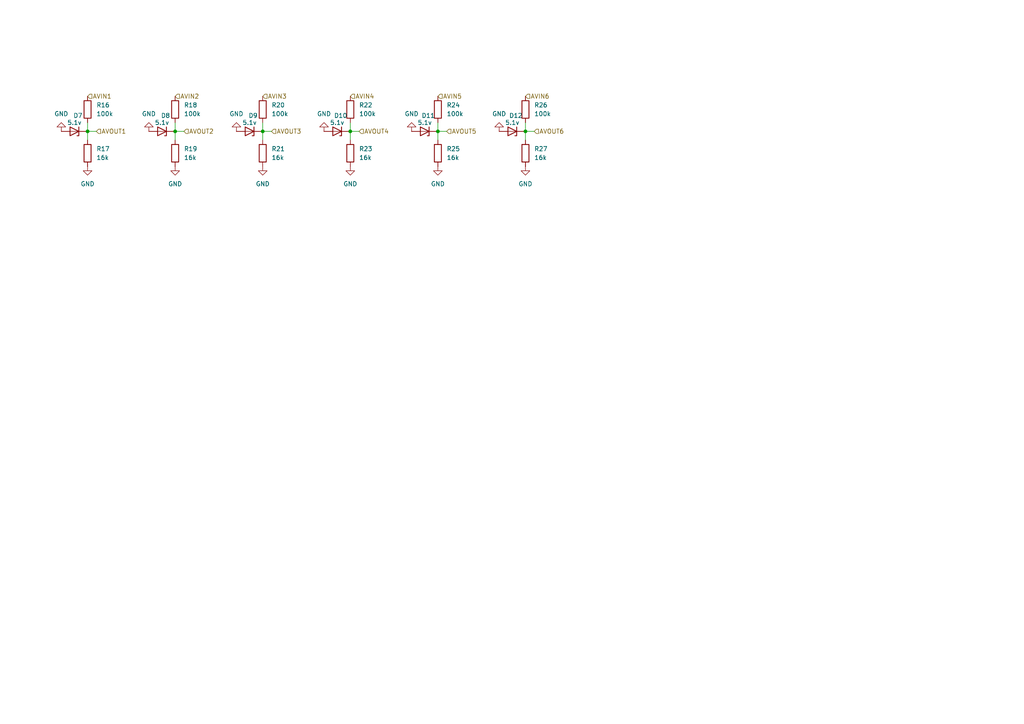
<source format=kicad_sch>
(kicad_sch
	(version 20231120)
	(generator "eeschema")
	(generator_version "8.0")
	(uuid "9612ec1a-21f3-40e3-8d85-a02ddf07b2eb")
	(paper "A4")
	(lib_symbols
		(symbol "Device:D_Zener"
			(pin_numbers hide)
			(pin_names
				(offset 1.016) hide)
			(exclude_from_sim no)
			(in_bom yes)
			(on_board yes)
			(property "Reference" "D"
				(at 0 2.54 0)
				(effects
					(font
						(size 1.27 1.27)
					)
				)
			)
			(property "Value" "D_Zener"
				(at 0 -2.54 0)
				(effects
					(font
						(size 1.27 1.27)
					)
				)
			)
			(property "Footprint" ""
				(at 0 0 0)
				(effects
					(font
						(size 1.27 1.27)
					)
					(hide yes)
				)
			)
			(property "Datasheet" "~"
				(at 0 0 0)
				(effects
					(font
						(size 1.27 1.27)
					)
					(hide yes)
				)
			)
			(property "Description" "Zener diode"
				(at 0 0 0)
				(effects
					(font
						(size 1.27 1.27)
					)
					(hide yes)
				)
			)
			(property "ki_keywords" "diode"
				(at 0 0 0)
				(effects
					(font
						(size 1.27 1.27)
					)
					(hide yes)
				)
			)
			(property "ki_fp_filters" "TO-???* *_Diode_* *SingleDiode* D_*"
				(at 0 0 0)
				(effects
					(font
						(size 1.27 1.27)
					)
					(hide yes)
				)
			)
			(symbol "D_Zener_0_1"
				(polyline
					(pts
						(xy 1.27 0) (xy -1.27 0)
					)
					(stroke
						(width 0)
						(type default)
					)
					(fill
						(type none)
					)
				)
				(polyline
					(pts
						(xy -1.27 -1.27) (xy -1.27 1.27) (xy -0.762 1.27)
					)
					(stroke
						(width 0.254)
						(type default)
					)
					(fill
						(type none)
					)
				)
				(polyline
					(pts
						(xy 1.27 -1.27) (xy 1.27 1.27) (xy -1.27 0) (xy 1.27 -1.27)
					)
					(stroke
						(width 0.254)
						(type default)
					)
					(fill
						(type none)
					)
				)
			)
			(symbol "D_Zener_1_1"
				(pin passive line
					(at -3.81 0 0)
					(length 2.54)
					(name "K"
						(effects
							(font
								(size 1.27 1.27)
							)
						)
					)
					(number "1"
						(effects
							(font
								(size 1.27 1.27)
							)
						)
					)
				)
				(pin passive line
					(at 3.81 0 180)
					(length 2.54)
					(name "A"
						(effects
							(font
								(size 1.27 1.27)
							)
						)
					)
					(number "2"
						(effects
							(font
								(size 1.27 1.27)
							)
						)
					)
				)
			)
		)
		(symbol "Device:R"
			(pin_numbers hide)
			(pin_names
				(offset 0)
			)
			(exclude_from_sim no)
			(in_bom yes)
			(on_board yes)
			(property "Reference" "R"
				(at 2.032 0 90)
				(effects
					(font
						(size 1.27 1.27)
					)
				)
			)
			(property "Value" "R"
				(at 0 0 90)
				(effects
					(font
						(size 1.27 1.27)
					)
				)
			)
			(property "Footprint" ""
				(at -1.778 0 90)
				(effects
					(font
						(size 1.27 1.27)
					)
					(hide yes)
				)
			)
			(property "Datasheet" "~"
				(at 0 0 0)
				(effects
					(font
						(size 1.27 1.27)
					)
					(hide yes)
				)
			)
			(property "Description" "Resistor"
				(at 0 0 0)
				(effects
					(font
						(size 1.27 1.27)
					)
					(hide yes)
				)
			)
			(property "ki_keywords" "R res resistor"
				(at 0 0 0)
				(effects
					(font
						(size 1.27 1.27)
					)
					(hide yes)
				)
			)
			(property "ki_fp_filters" "R_*"
				(at 0 0 0)
				(effects
					(font
						(size 1.27 1.27)
					)
					(hide yes)
				)
			)
			(symbol "R_0_1"
				(rectangle
					(start -1.016 -2.54)
					(end 1.016 2.54)
					(stroke
						(width 0.254)
						(type default)
					)
					(fill
						(type none)
					)
				)
			)
			(symbol "R_1_1"
				(pin passive line
					(at 0 3.81 270)
					(length 1.27)
					(name "~"
						(effects
							(font
								(size 1.27 1.27)
							)
						)
					)
					(number "1"
						(effects
							(font
								(size 1.27 1.27)
							)
						)
					)
				)
				(pin passive line
					(at 0 -3.81 90)
					(length 1.27)
					(name "~"
						(effects
							(font
								(size 1.27 1.27)
							)
						)
					)
					(number "2"
						(effects
							(font
								(size 1.27 1.27)
							)
						)
					)
				)
			)
		)
		(symbol "power:GND"
			(power)
			(pin_numbers hide)
			(pin_names
				(offset 0) hide)
			(exclude_from_sim no)
			(in_bom yes)
			(on_board yes)
			(property "Reference" "#PWR"
				(at 0 -6.35 0)
				(effects
					(font
						(size 1.27 1.27)
					)
					(hide yes)
				)
			)
			(property "Value" "GND"
				(at 0 -3.81 0)
				(effects
					(font
						(size 1.27 1.27)
					)
				)
			)
			(property "Footprint" ""
				(at 0 0 0)
				(effects
					(font
						(size 1.27 1.27)
					)
					(hide yes)
				)
			)
			(property "Datasheet" ""
				(at 0 0 0)
				(effects
					(font
						(size 1.27 1.27)
					)
					(hide yes)
				)
			)
			(property "Description" "Power symbol creates a global label with name \"GND\" , ground"
				(at 0 0 0)
				(effects
					(font
						(size 1.27 1.27)
					)
					(hide yes)
				)
			)
			(property "ki_keywords" "global power"
				(at 0 0 0)
				(effects
					(font
						(size 1.27 1.27)
					)
					(hide yes)
				)
			)
			(symbol "GND_0_1"
				(polyline
					(pts
						(xy 0 0) (xy 0 -1.27) (xy 1.27 -1.27) (xy 0 -2.54) (xy -1.27 -1.27) (xy 0 -1.27)
					)
					(stroke
						(width 0)
						(type default)
					)
					(fill
						(type none)
					)
				)
			)
			(symbol "GND_1_1"
				(pin power_in line
					(at 0 0 270)
					(length 0)
					(name "~"
						(effects
							(font
								(size 1.27 1.27)
							)
						)
					)
					(number "1"
						(effects
							(font
								(size 1.27 1.27)
							)
						)
					)
				)
			)
		)
	)
	(junction
		(at 152.4 38.1)
		(diameter 0)
		(color 0 0 0 0)
		(uuid "41c50c2e-87af-4ad9-b898-4a501b4eb63b")
	)
	(junction
		(at 76.2 38.1)
		(diameter 0)
		(color 0 0 0 0)
		(uuid "61738c28-a48e-4552-a6cd-58c3a92292d0")
	)
	(junction
		(at 127 38.1)
		(diameter 0)
		(color 0 0 0 0)
		(uuid "94b3dc07-a81c-4d6b-82bd-b29c1a465699")
	)
	(junction
		(at 50.8 38.1)
		(diameter 0)
		(color 0 0 0 0)
		(uuid "be6985b3-45ac-4f30-84f2-026b07c85c13")
	)
	(junction
		(at 25.4 38.1)
		(diameter 0)
		(color 0 0 0 0)
		(uuid "d5a1d8cd-45ae-4e0d-9a3e-57fd4b195f99")
	)
	(junction
		(at 101.6 38.1)
		(diameter 0)
		(color 0 0 0 0)
		(uuid "f865d3ad-9131-4883-a561-11e9f5a8b645")
	)
	(wire
		(pts
			(xy 152.4 35.56) (xy 152.4 38.1)
		)
		(stroke
			(width 0)
			(type default)
		)
		(uuid "0c34e828-f3d8-4504-a7a3-f620de2e1142")
	)
	(wire
		(pts
			(xy 101.6 38.1) (xy 104.14 38.1)
		)
		(stroke
			(width 0)
			(type default)
		)
		(uuid "2d180d4b-b8d1-438e-a0a6-3985d341613f")
	)
	(wire
		(pts
			(xy 76.2 38.1) (xy 76.2 40.64)
		)
		(stroke
			(width 0)
			(type default)
		)
		(uuid "2dcb74be-c577-451e-b389-7d6625f3fc03")
	)
	(wire
		(pts
			(xy 127 38.1) (xy 127 40.64)
		)
		(stroke
			(width 0)
			(type default)
		)
		(uuid "46a0d598-137f-4006-8abf-bca2079ad8db")
	)
	(wire
		(pts
			(xy 152.4 38.1) (xy 152.4 40.64)
		)
		(stroke
			(width 0)
			(type default)
		)
		(uuid "4df73b5b-d169-4fa2-981c-defd8a789fea")
	)
	(wire
		(pts
			(xy 127 35.56) (xy 127 38.1)
		)
		(stroke
			(width 0)
			(type default)
		)
		(uuid "60bc7262-e6cd-4677-a95b-036994f03368")
	)
	(wire
		(pts
			(xy 101.6 38.1) (xy 101.6 40.64)
		)
		(stroke
			(width 0)
			(type default)
		)
		(uuid "68e0ef1c-583a-4119-8e10-f3a729d53fcf")
	)
	(wire
		(pts
			(xy 76.2 38.1) (xy 78.74 38.1)
		)
		(stroke
			(width 0)
			(type default)
		)
		(uuid "6b3831b2-7a6d-4761-9cb6-44b93ca15f59")
	)
	(wire
		(pts
			(xy 50.8 38.1) (xy 50.8 40.64)
		)
		(stroke
			(width 0)
			(type default)
		)
		(uuid "7e60677e-afbf-4d69-acd3-85b3f048e945")
	)
	(wire
		(pts
			(xy 127 38.1) (xy 129.54 38.1)
		)
		(stroke
			(width 0)
			(type default)
		)
		(uuid "96196f03-c0cb-4cea-981c-d5e7e74d506d")
	)
	(wire
		(pts
			(xy 101.6 35.56) (xy 101.6 38.1)
		)
		(stroke
			(width 0)
			(type default)
		)
		(uuid "9a221fff-656e-499a-aba0-90ff700fd624")
	)
	(wire
		(pts
			(xy 50.8 35.56) (xy 50.8 38.1)
		)
		(stroke
			(width 0)
			(type default)
		)
		(uuid "9d919efb-87fb-41bd-b87e-ef3ab7a323fd")
	)
	(wire
		(pts
			(xy 25.4 38.1) (xy 27.94 38.1)
		)
		(stroke
			(width 0)
			(type default)
		)
		(uuid "a28d3eb0-02de-4b6e-bac6-865ec34b390d")
	)
	(wire
		(pts
			(xy 76.2 35.56) (xy 76.2 38.1)
		)
		(stroke
			(width 0)
			(type default)
		)
		(uuid "a4bbf6e4-b41f-4828-ac9c-65f545b8f70e")
	)
	(wire
		(pts
			(xy 25.4 35.56) (xy 25.4 38.1)
		)
		(stroke
			(width 0)
			(type default)
		)
		(uuid "bfdbb149-ee2e-478b-97ca-4483965e505e")
	)
	(wire
		(pts
			(xy 25.4 38.1) (xy 25.4 40.64)
		)
		(stroke
			(width 0)
			(type default)
		)
		(uuid "c45bc05e-c8c0-48e3-ada7-60e6161e6955")
	)
	(wire
		(pts
			(xy 50.8 38.1) (xy 53.34 38.1)
		)
		(stroke
			(width 0)
			(type default)
		)
		(uuid "c775336b-35da-44a5-96f0-0ee7f3e5ad70")
	)
	(wire
		(pts
			(xy 152.4 38.1) (xy 154.94 38.1)
		)
		(stroke
			(width 0)
			(type default)
		)
		(uuid "d55c856a-5407-445e-8633-a14f86cc916a")
	)
	(hierarchical_label "AVIN6"
		(shape input)
		(at 152.4 27.94 0)
		(fields_autoplaced yes)
		(effects
			(font
				(size 1.27 1.27)
			)
			(justify left)
		)
		(uuid "090a7f22-ec9a-4a5c-9407-158a1b5af50b")
	)
	(hierarchical_label "AVOUT5"
		(shape input)
		(at 129.54 38.1 0)
		(fields_autoplaced yes)
		(effects
			(font
				(size 1.27 1.27)
			)
			(justify left)
		)
		(uuid "09e0b86d-c0b9-4284-abd6-a9998acd8bef")
	)
	(hierarchical_label "AVIN3"
		(shape input)
		(at 76.2 27.94 0)
		(fields_autoplaced yes)
		(effects
			(font
				(size 1.27 1.27)
			)
			(justify left)
		)
		(uuid "3aa2d366-f180-4dfd-9535-8e65f89e4f4b")
	)
	(hierarchical_label "AVOUT1"
		(shape input)
		(at 27.94 38.1 0)
		(fields_autoplaced yes)
		(effects
			(font
				(size 1.27 1.27)
			)
			(justify left)
		)
		(uuid "4f7d6c54-1606-49d7-bccd-41713a3e36e8")
	)
	(hierarchical_label "AVIN5"
		(shape input)
		(at 127 27.94 0)
		(fields_autoplaced yes)
		(effects
			(font
				(size 1.27 1.27)
			)
			(justify left)
		)
		(uuid "7ea5ff77-161b-42c1-8bda-b90812efde8a")
	)
	(hierarchical_label "AVIN2"
		(shape input)
		(at 50.8 27.94 0)
		(fields_autoplaced yes)
		(effects
			(font
				(size 1.27 1.27)
			)
			(justify left)
		)
		(uuid "8cc4027b-f885-4321-885e-d38580d712fd")
	)
	(hierarchical_label "AVIN4"
		(shape input)
		(at 101.6 27.94 0)
		(fields_autoplaced yes)
		(effects
			(font
				(size 1.27 1.27)
			)
			(justify left)
		)
		(uuid "900014b0-45de-448c-8417-ca8e6da444d0")
	)
	(hierarchical_label "AVOUT2"
		(shape input)
		(at 53.34 38.1 0)
		(fields_autoplaced yes)
		(effects
			(font
				(size 1.27 1.27)
			)
			(justify left)
		)
		(uuid "a39aa6fb-787e-43d3-bbc7-2f6ef1cc906f")
	)
	(hierarchical_label "AVIN1"
		(shape input)
		(at 25.4 27.94 0)
		(fields_autoplaced yes)
		(effects
			(font
				(size 1.27 1.27)
			)
			(justify left)
		)
		(uuid "c709c2a1-1c03-4044-af10-56d1edc0bd0d")
	)
	(hierarchical_label "AVOUT4"
		(shape input)
		(at 104.14 38.1 0)
		(fields_autoplaced yes)
		(effects
			(font
				(size 1.27 1.27)
			)
			(justify left)
		)
		(uuid "c8f4ca61-4c0e-406c-8cf9-b233c5ba886a")
	)
	(hierarchical_label "AVOUT6"
		(shape input)
		(at 154.94 38.1 0)
		(fields_autoplaced yes)
		(effects
			(font
				(size 1.27 1.27)
			)
			(justify left)
		)
		(uuid "d5a229ef-8fd0-42c5-a146-5cd747746552")
	)
	(hierarchical_label "AVOUT3"
		(shape input)
		(at 78.74 38.1 0)
		(fields_autoplaced yes)
		(effects
			(font
				(size 1.27 1.27)
			)
			(justify left)
		)
		(uuid "efb513fa-8bde-4c1c-90d3-f12213b81a8c")
	)
	(symbol
		(lib_id "Device:D_Zener")
		(at 97.79 38.1 180)
		(unit 1)
		(exclude_from_sim no)
		(in_bom yes)
		(on_board yes)
		(dnp no)
		(uuid "284d3013-3088-49dd-a45f-53276da0c46e")
		(property "Reference" "D10"
			(at 98.806 33.528 0)
			(effects
				(font
					(size 1.27 1.27)
				)
			)
		)
		(property "Value" "5.1v"
			(at 97.79 35.56 0)
			(effects
				(font
					(size 1.27 1.27)
				)
			)
		)
		(property "Footprint" "Diode_THT:D_DO-41_SOD81_P10.16mm_Horizontal"
			(at 97.79 38.1 0)
			(effects
				(font
					(size 1.27 1.27)
				)
				(hide yes)
			)
		)
		(property "Datasheet" "~"
			(at 97.79 38.1 0)
			(effects
				(font
					(size 1.27 1.27)
				)
				(hide yes)
			)
		)
		(property "Description" "Zener diode"
			(at 97.79 38.1 0)
			(effects
				(font
					(size 1.27 1.27)
				)
				(hide yes)
			)
		)
		(pin "1"
			(uuid "f5ded93b-6362-4f3a-bc1d-cbb8d5575fe5")
		)
		(pin "2"
			(uuid "94e02a75-44e1-4faf-922f-165cda575f40")
		)
		(instances
			(project "M56Controller"
				(path "/6d1929cf-8167-4038-9c8d-a941d3ab1e89/86dba43d-2768-49c9-9a06-9d3eeb3def75/85e68836-713c-4594-b71b-4904aa1b6d86"
					(reference "D10")
					(unit 1)
				)
			)
		)
	)
	(symbol
		(lib_id "power:GND")
		(at 17.78 38.1 180)
		(unit 1)
		(exclude_from_sim no)
		(in_bom yes)
		(on_board yes)
		(dnp no)
		(fields_autoplaced yes)
		(uuid "2c30f7ce-6cf5-4d53-a704-546208414d12")
		(property "Reference" "#PWR030"
			(at 17.78 31.75 0)
			(effects
				(font
					(size 1.27 1.27)
				)
				(hide yes)
			)
		)
		(property "Value" "GND"
			(at 17.78 33.02 0)
			(effects
				(font
					(size 1.27 1.27)
				)
			)
		)
		(property "Footprint" ""
			(at 17.78 38.1 0)
			(effects
				(font
					(size 1.27 1.27)
				)
				(hide yes)
			)
		)
		(property "Datasheet" ""
			(at 17.78 38.1 0)
			(effects
				(font
					(size 1.27 1.27)
				)
				(hide yes)
			)
		)
		(property "Description" "Power symbol creates a global label with name \"GND\" , ground"
			(at 17.78 38.1 0)
			(effects
				(font
					(size 1.27 1.27)
				)
				(hide yes)
			)
		)
		(pin "1"
			(uuid "9abd92b0-2f3c-4529-923c-5f0cd1965e1b")
		)
		(instances
			(project ""
				(path "/6d1929cf-8167-4038-9c8d-a941d3ab1e89/86dba43d-2768-49c9-9a06-9d3eeb3def75/85e68836-713c-4594-b71b-4904aa1b6d86"
					(reference "#PWR030")
					(unit 1)
				)
			)
		)
	)
	(symbol
		(lib_id "Device:R")
		(at 50.8 31.75 0)
		(unit 1)
		(exclude_from_sim no)
		(in_bom yes)
		(on_board yes)
		(dnp no)
		(fields_autoplaced yes)
		(uuid "343807ff-3322-46f2-925c-8eef8e52cee5")
		(property "Reference" "R18"
			(at 53.34 30.4799 0)
			(effects
				(font
					(size 1.27 1.27)
				)
				(justify left)
			)
		)
		(property "Value" "100k"
			(at 53.34 33.0199 0)
			(effects
				(font
					(size 1.27 1.27)
				)
				(justify left)
			)
		)
		(property "Footprint" "Resistor_SMD:R_1206_3216Metric"
			(at 49.022 31.75 90)
			(effects
				(font
					(size 1.27 1.27)
				)
				(hide yes)
			)
		)
		(property "Datasheet" "~"
			(at 50.8 31.75 0)
			(effects
				(font
					(size 1.27 1.27)
				)
				(hide yes)
			)
		)
		(property "Description" "Resistor"
			(at 50.8 31.75 0)
			(effects
				(font
					(size 1.27 1.27)
				)
				(hide yes)
			)
		)
		(pin "2"
			(uuid "f4f3b3b9-68c0-4001-ae3e-eaf56e8ceb48")
		)
		(pin "1"
			(uuid "0b7c8b2f-858c-4f77-8479-98ce109fcdc8")
		)
		(instances
			(project "M56Controller"
				(path "/6d1929cf-8167-4038-9c8d-a941d3ab1e89/86dba43d-2768-49c9-9a06-9d3eeb3def75/85e68836-713c-4594-b71b-4904aa1b6d86"
					(reference "R18")
					(unit 1)
				)
			)
		)
	)
	(symbol
		(lib_id "power:GND")
		(at 119.38 38.1 180)
		(unit 1)
		(exclude_from_sim no)
		(in_bom yes)
		(on_board yes)
		(dnp no)
		(fields_autoplaced yes)
		(uuid "36418e8e-c7a7-43b7-b6f8-377b4e7af673")
		(property "Reference" "#PWR037"
			(at 119.38 31.75 0)
			(effects
				(font
					(size 1.27 1.27)
				)
				(hide yes)
			)
		)
		(property "Value" "GND"
			(at 119.38 33.02 0)
			(effects
				(font
					(size 1.27 1.27)
				)
			)
		)
		(property "Footprint" ""
			(at 119.38 38.1 0)
			(effects
				(font
					(size 1.27 1.27)
				)
				(hide yes)
			)
		)
		(property "Datasheet" ""
			(at 119.38 38.1 0)
			(effects
				(font
					(size 1.27 1.27)
				)
				(hide yes)
			)
		)
		(property "Description" "Power symbol creates a global label with name \"GND\" , ground"
			(at 119.38 38.1 0)
			(effects
				(font
					(size 1.27 1.27)
				)
				(hide yes)
			)
		)
		(pin "1"
			(uuid "be10ed52-7d6b-4ab4-9d58-dfec6a0c198f")
		)
		(instances
			(project "M56Controller"
				(path "/6d1929cf-8167-4038-9c8d-a941d3ab1e89/86dba43d-2768-49c9-9a06-9d3eeb3def75/85e68836-713c-4594-b71b-4904aa1b6d86"
					(reference "#PWR037")
					(unit 1)
				)
			)
		)
	)
	(symbol
		(lib_id "power:GND")
		(at 144.78 38.1 180)
		(unit 1)
		(exclude_from_sim no)
		(in_bom yes)
		(on_board yes)
		(dnp no)
		(fields_autoplaced yes)
		(uuid "4185c36e-a290-4a9c-ba4b-d28e5838d7cd")
		(property "Reference" "#PWR039"
			(at 144.78 31.75 0)
			(effects
				(font
					(size 1.27 1.27)
				)
				(hide yes)
			)
		)
		(property "Value" "GND"
			(at 144.78 33.02 0)
			(effects
				(font
					(size 1.27 1.27)
				)
			)
		)
		(property "Footprint" ""
			(at 144.78 38.1 0)
			(effects
				(font
					(size 1.27 1.27)
				)
				(hide yes)
			)
		)
		(property "Datasheet" ""
			(at 144.78 38.1 0)
			(effects
				(font
					(size 1.27 1.27)
				)
				(hide yes)
			)
		)
		(property "Description" "Power symbol creates a global label with name \"GND\" , ground"
			(at 144.78 38.1 0)
			(effects
				(font
					(size 1.27 1.27)
				)
				(hide yes)
			)
		)
		(pin "1"
			(uuid "40f60ad0-70ce-40cc-b4b5-d32c950bf4ef")
		)
		(instances
			(project "M56Controller"
				(path "/6d1929cf-8167-4038-9c8d-a941d3ab1e89/86dba43d-2768-49c9-9a06-9d3eeb3def75/85e68836-713c-4594-b71b-4904aa1b6d86"
					(reference "#PWR039")
					(unit 1)
				)
			)
		)
	)
	(symbol
		(lib_id "power:GND")
		(at 25.4 48.26 0)
		(unit 1)
		(exclude_from_sim no)
		(in_bom yes)
		(on_board yes)
		(dnp no)
		(fields_autoplaced yes)
		(uuid "500883c9-ff11-48b9-b1c5-eba17dd8fb9b")
		(property "Reference" "#PWR029"
			(at 25.4 54.61 0)
			(effects
				(font
					(size 1.27 1.27)
				)
				(hide yes)
			)
		)
		(property "Value" "GND"
			(at 25.4 53.34 0)
			(effects
				(font
					(size 1.27 1.27)
				)
			)
		)
		(property "Footprint" ""
			(at 25.4 48.26 0)
			(effects
				(font
					(size 1.27 1.27)
				)
				(hide yes)
			)
		)
		(property "Datasheet" ""
			(at 25.4 48.26 0)
			(effects
				(font
					(size 1.27 1.27)
				)
				(hide yes)
			)
		)
		(property "Description" "Power symbol creates a global label with name \"GND\" , ground"
			(at 25.4 48.26 0)
			(effects
				(font
					(size 1.27 1.27)
				)
				(hide yes)
			)
		)
		(pin "1"
			(uuid "d5e3afa3-fffd-45d1-a0b3-52f558192b73")
		)
		(instances
			(project ""
				(path "/6d1929cf-8167-4038-9c8d-a941d3ab1e89/86dba43d-2768-49c9-9a06-9d3eeb3def75/85e68836-713c-4594-b71b-4904aa1b6d86"
					(reference "#PWR029")
					(unit 1)
				)
			)
		)
	)
	(symbol
		(lib_id "power:GND")
		(at 152.4 48.26 0)
		(unit 1)
		(exclude_from_sim no)
		(in_bom yes)
		(on_board yes)
		(dnp no)
		(fields_autoplaced yes)
		(uuid "52d2fcac-86f0-46e6-8484-3efab455a572")
		(property "Reference" "#PWR040"
			(at 152.4 54.61 0)
			(effects
				(font
					(size 1.27 1.27)
				)
				(hide yes)
			)
		)
		(property "Value" "GND"
			(at 152.4 53.34 0)
			(effects
				(font
					(size 1.27 1.27)
				)
			)
		)
		(property "Footprint" ""
			(at 152.4 48.26 0)
			(effects
				(font
					(size 1.27 1.27)
				)
				(hide yes)
			)
		)
		(property "Datasheet" ""
			(at 152.4 48.26 0)
			(effects
				(font
					(size 1.27 1.27)
				)
				(hide yes)
			)
		)
		(property "Description" "Power symbol creates a global label with name \"GND\" , ground"
			(at 152.4 48.26 0)
			(effects
				(font
					(size 1.27 1.27)
				)
				(hide yes)
			)
		)
		(pin "1"
			(uuid "592c9e92-6730-4e50-9f8a-6263e451d782")
		)
		(instances
			(project "M56Controller"
				(path "/6d1929cf-8167-4038-9c8d-a941d3ab1e89/86dba43d-2768-49c9-9a06-9d3eeb3def75/85e68836-713c-4594-b71b-4904aa1b6d86"
					(reference "#PWR040")
					(unit 1)
				)
			)
		)
	)
	(symbol
		(lib_id "Device:D_Zener")
		(at 148.59 38.1 180)
		(unit 1)
		(exclude_from_sim no)
		(in_bom yes)
		(on_board yes)
		(dnp no)
		(uuid "5a1f2820-edbd-4aed-945d-37bd3519ced5")
		(property "Reference" "D12"
			(at 149.606 33.528 0)
			(effects
				(font
					(size 1.27 1.27)
				)
			)
		)
		(property "Value" "5.1v"
			(at 148.59 35.56 0)
			(effects
				(font
					(size 1.27 1.27)
				)
			)
		)
		(property "Footprint" "Diode_THT:D_DO-41_SOD81_P10.16mm_Horizontal"
			(at 148.59 38.1 0)
			(effects
				(font
					(size 1.27 1.27)
				)
				(hide yes)
			)
		)
		(property "Datasheet" "~"
			(at 148.59 38.1 0)
			(effects
				(font
					(size 1.27 1.27)
				)
				(hide yes)
			)
		)
		(property "Description" "Zener diode"
			(at 148.59 38.1 0)
			(effects
				(font
					(size 1.27 1.27)
				)
				(hide yes)
			)
		)
		(pin "1"
			(uuid "ae9efdea-502a-4cb2-8add-4c77f5de22f0")
		)
		(pin "2"
			(uuid "8e4b5328-6b70-4021-ba35-6a75c6236c74")
		)
		(instances
			(project "M56Controller"
				(path "/6d1929cf-8167-4038-9c8d-a941d3ab1e89/86dba43d-2768-49c9-9a06-9d3eeb3def75/85e68836-713c-4594-b71b-4904aa1b6d86"
					(reference "D12")
					(unit 1)
				)
			)
		)
	)
	(symbol
		(lib_id "Device:R")
		(at 127 31.75 0)
		(unit 1)
		(exclude_from_sim no)
		(in_bom yes)
		(on_board yes)
		(dnp no)
		(fields_autoplaced yes)
		(uuid "6d4a53b9-9208-468f-ac8e-98e2094d6951")
		(property "Reference" "R24"
			(at 129.54 30.4799 0)
			(effects
				(font
					(size 1.27 1.27)
				)
				(justify left)
			)
		)
		(property "Value" "100k"
			(at 129.54 33.0199 0)
			(effects
				(font
					(size 1.27 1.27)
				)
				(justify left)
			)
		)
		(property "Footprint" "Resistor_SMD:R_1206_3216Metric"
			(at 125.222 31.75 90)
			(effects
				(font
					(size 1.27 1.27)
				)
				(hide yes)
			)
		)
		(property "Datasheet" "~"
			(at 127 31.75 0)
			(effects
				(font
					(size 1.27 1.27)
				)
				(hide yes)
			)
		)
		(property "Description" "Resistor"
			(at 127 31.75 0)
			(effects
				(font
					(size 1.27 1.27)
				)
				(hide yes)
			)
		)
		(pin "2"
			(uuid "17242b34-2070-4157-87a7-4ee58241f058")
		)
		(pin "1"
			(uuid "297dc950-b00b-4568-9737-f5bd20772fee")
		)
		(instances
			(project "M56Controller"
				(path "/6d1929cf-8167-4038-9c8d-a941d3ab1e89/86dba43d-2768-49c9-9a06-9d3eeb3def75/85e68836-713c-4594-b71b-4904aa1b6d86"
					(reference "R24")
					(unit 1)
				)
			)
		)
	)
	(symbol
		(lib_id "Device:R")
		(at 25.4 31.75 0)
		(unit 1)
		(exclude_from_sim no)
		(in_bom yes)
		(on_board yes)
		(dnp no)
		(fields_autoplaced yes)
		(uuid "6d903fa7-c88f-49fd-bcaf-7e3905590520")
		(property "Reference" "R16"
			(at 27.94 30.4799 0)
			(effects
				(font
					(size 1.27 1.27)
				)
				(justify left)
			)
		)
		(property "Value" "100k"
			(at 27.94 33.0199 0)
			(effects
				(font
					(size 1.27 1.27)
				)
				(justify left)
			)
		)
		(property "Footprint" "Resistor_SMD:R_1206_3216Metric"
			(at 23.622 31.75 90)
			(effects
				(font
					(size 1.27 1.27)
				)
				(hide yes)
			)
		)
		(property "Datasheet" "~"
			(at 25.4 31.75 0)
			(effects
				(font
					(size 1.27 1.27)
				)
				(hide yes)
			)
		)
		(property "Description" "Resistor"
			(at 25.4 31.75 0)
			(effects
				(font
					(size 1.27 1.27)
				)
				(hide yes)
			)
		)
		(pin "2"
			(uuid "7d295780-b6ca-46c5-9649-2fe4417cd92c")
		)
		(pin "1"
			(uuid "e01c493b-00ca-4f1f-81ee-3b4e06a4a29f")
		)
		(instances
			(project ""
				(path "/6d1929cf-8167-4038-9c8d-a941d3ab1e89/86dba43d-2768-49c9-9a06-9d3eeb3def75/85e68836-713c-4594-b71b-4904aa1b6d86"
					(reference "R16")
					(unit 1)
				)
			)
		)
	)
	(symbol
		(lib_id "power:GND")
		(at 43.18 38.1 180)
		(unit 1)
		(exclude_from_sim no)
		(in_bom yes)
		(on_board yes)
		(dnp no)
		(fields_autoplaced yes)
		(uuid "71ead5ef-ba88-48c4-8aa3-e5d68a53bde1")
		(property "Reference" "#PWR031"
			(at 43.18 31.75 0)
			(effects
				(font
					(size 1.27 1.27)
				)
				(hide yes)
			)
		)
		(property "Value" "GND"
			(at 43.18 33.02 0)
			(effects
				(font
					(size 1.27 1.27)
				)
			)
		)
		(property "Footprint" ""
			(at 43.18 38.1 0)
			(effects
				(font
					(size 1.27 1.27)
				)
				(hide yes)
			)
		)
		(property "Datasheet" ""
			(at 43.18 38.1 0)
			(effects
				(font
					(size 1.27 1.27)
				)
				(hide yes)
			)
		)
		(property "Description" "Power symbol creates a global label with name \"GND\" , ground"
			(at 43.18 38.1 0)
			(effects
				(font
					(size 1.27 1.27)
				)
				(hide yes)
			)
		)
		(pin "1"
			(uuid "7910faad-afff-4472-80f9-bf683a560719")
		)
		(instances
			(project "M56Controller"
				(path "/6d1929cf-8167-4038-9c8d-a941d3ab1e89/86dba43d-2768-49c9-9a06-9d3eeb3def75/85e68836-713c-4594-b71b-4904aa1b6d86"
					(reference "#PWR031")
					(unit 1)
				)
			)
		)
	)
	(symbol
		(lib_id "Device:R")
		(at 152.4 31.75 0)
		(unit 1)
		(exclude_from_sim no)
		(in_bom yes)
		(on_board yes)
		(dnp no)
		(fields_autoplaced yes)
		(uuid "86df6582-cef2-4f5f-9cdf-e636de811ffa")
		(property "Reference" "R26"
			(at 154.94 30.4799 0)
			(effects
				(font
					(size 1.27 1.27)
				)
				(justify left)
			)
		)
		(property "Value" "100k"
			(at 154.94 33.0199 0)
			(effects
				(font
					(size 1.27 1.27)
				)
				(justify left)
			)
		)
		(property "Footprint" "Resistor_SMD:R_1206_3216Metric"
			(at 150.622 31.75 90)
			(effects
				(font
					(size 1.27 1.27)
				)
				(hide yes)
			)
		)
		(property "Datasheet" "~"
			(at 152.4 31.75 0)
			(effects
				(font
					(size 1.27 1.27)
				)
				(hide yes)
			)
		)
		(property "Description" "Resistor"
			(at 152.4 31.75 0)
			(effects
				(font
					(size 1.27 1.27)
				)
				(hide yes)
			)
		)
		(pin "2"
			(uuid "29fef98f-0732-4305-ba2b-52fbbe610579")
		)
		(pin "1"
			(uuid "589fc628-0194-4c4f-a87f-f8e66fc093e4")
		)
		(instances
			(project "M56Controller"
				(path "/6d1929cf-8167-4038-9c8d-a941d3ab1e89/86dba43d-2768-49c9-9a06-9d3eeb3def75/85e68836-713c-4594-b71b-4904aa1b6d86"
					(reference "R26")
					(unit 1)
				)
			)
		)
	)
	(symbol
		(lib_id "power:GND")
		(at 50.8 48.26 0)
		(unit 1)
		(exclude_from_sim no)
		(in_bom yes)
		(on_board yes)
		(dnp no)
		(fields_autoplaced yes)
		(uuid "896aaa60-9f01-45a0-9f3f-ce220bf27f08")
		(property "Reference" "#PWR032"
			(at 50.8 54.61 0)
			(effects
				(font
					(size 1.27 1.27)
				)
				(hide yes)
			)
		)
		(property "Value" "GND"
			(at 50.8 53.34 0)
			(effects
				(font
					(size 1.27 1.27)
				)
			)
		)
		(property "Footprint" ""
			(at 50.8 48.26 0)
			(effects
				(font
					(size 1.27 1.27)
				)
				(hide yes)
			)
		)
		(property "Datasheet" ""
			(at 50.8 48.26 0)
			(effects
				(font
					(size 1.27 1.27)
				)
				(hide yes)
			)
		)
		(property "Description" "Power symbol creates a global label with name \"GND\" , ground"
			(at 50.8 48.26 0)
			(effects
				(font
					(size 1.27 1.27)
				)
				(hide yes)
			)
		)
		(pin "1"
			(uuid "379f920e-95fb-4aeb-ac9e-0da30d2afae3")
		)
		(instances
			(project "M56Controller"
				(path "/6d1929cf-8167-4038-9c8d-a941d3ab1e89/86dba43d-2768-49c9-9a06-9d3eeb3def75/85e68836-713c-4594-b71b-4904aa1b6d86"
					(reference "#PWR032")
					(unit 1)
				)
			)
		)
	)
	(symbol
		(lib_id "Device:D_Zener")
		(at 46.99 38.1 180)
		(unit 1)
		(exclude_from_sim no)
		(in_bom yes)
		(on_board yes)
		(dnp no)
		(uuid "8c6acefd-b7e3-4944-8eec-14cd35478548")
		(property "Reference" "D8"
			(at 48.006 33.528 0)
			(effects
				(font
					(size 1.27 1.27)
				)
			)
		)
		(property "Value" "5.1v"
			(at 46.99 35.56 0)
			(effects
				(font
					(size 1.27 1.27)
				)
			)
		)
		(property "Footprint" "Diode_THT:D_DO-41_SOD81_P10.16mm_Horizontal"
			(at 46.99 38.1 0)
			(effects
				(font
					(size 1.27 1.27)
				)
				(hide yes)
			)
		)
		(property "Datasheet" "~"
			(at 46.99 38.1 0)
			(effects
				(font
					(size 1.27 1.27)
				)
				(hide yes)
			)
		)
		(property "Description" "Zener diode"
			(at 46.99 38.1 0)
			(effects
				(font
					(size 1.27 1.27)
				)
				(hide yes)
			)
		)
		(pin "1"
			(uuid "8cc90ccb-dafb-4e95-8c2b-4e4b48b22fdf")
		)
		(pin "2"
			(uuid "9934dc6a-550f-422d-a7e8-0f780d043f09")
		)
		(instances
			(project "M56Controller"
				(path "/6d1929cf-8167-4038-9c8d-a941d3ab1e89/86dba43d-2768-49c9-9a06-9d3eeb3def75/85e68836-713c-4594-b71b-4904aa1b6d86"
					(reference "D8")
					(unit 1)
				)
			)
		)
	)
	(symbol
		(lib_id "Device:R")
		(at 50.8 44.45 0)
		(unit 1)
		(exclude_from_sim no)
		(in_bom yes)
		(on_board yes)
		(dnp no)
		(fields_autoplaced yes)
		(uuid "a6b30b35-0a56-42a6-b77d-b494284a8a18")
		(property "Reference" "R19"
			(at 53.34 43.1799 0)
			(effects
				(font
					(size 1.27 1.27)
				)
				(justify left)
			)
		)
		(property "Value" "16k"
			(at 53.34 45.7199 0)
			(effects
				(font
					(size 1.27 1.27)
				)
				(justify left)
			)
		)
		(property "Footprint" "Resistor_SMD:R_1206_3216Metric"
			(at 49.022 44.45 90)
			(effects
				(font
					(size 1.27 1.27)
				)
				(hide yes)
			)
		)
		(property "Datasheet" "~"
			(at 50.8 44.45 0)
			(effects
				(font
					(size 1.27 1.27)
				)
				(hide yes)
			)
		)
		(property "Description" "Resistor"
			(at 50.8 44.45 0)
			(effects
				(font
					(size 1.27 1.27)
				)
				(hide yes)
			)
		)
		(pin "2"
			(uuid "e9534b28-2126-4458-97a9-c606927b1a83")
		)
		(pin "1"
			(uuid "9f5aeaf0-b478-49a7-9d09-177b24ba90de")
		)
		(instances
			(project "M56Controller"
				(path "/6d1929cf-8167-4038-9c8d-a941d3ab1e89/86dba43d-2768-49c9-9a06-9d3eeb3def75/85e68836-713c-4594-b71b-4904aa1b6d86"
					(reference "R19")
					(unit 1)
				)
			)
		)
	)
	(symbol
		(lib_id "Device:R")
		(at 76.2 44.45 0)
		(unit 1)
		(exclude_from_sim no)
		(in_bom yes)
		(on_board yes)
		(dnp no)
		(fields_autoplaced yes)
		(uuid "b4ecd414-e33a-449b-9179-68ce0d90c21f")
		(property "Reference" "R21"
			(at 78.74 43.1799 0)
			(effects
				(font
					(size 1.27 1.27)
				)
				(justify left)
			)
		)
		(property "Value" "16k"
			(at 78.74 45.7199 0)
			(effects
				(font
					(size 1.27 1.27)
				)
				(justify left)
			)
		)
		(property "Footprint" "Resistor_SMD:R_1206_3216Metric"
			(at 74.422 44.45 90)
			(effects
				(font
					(size 1.27 1.27)
				)
				(hide yes)
			)
		)
		(property "Datasheet" "~"
			(at 76.2 44.45 0)
			(effects
				(font
					(size 1.27 1.27)
				)
				(hide yes)
			)
		)
		(property "Description" "Resistor"
			(at 76.2 44.45 0)
			(effects
				(font
					(size 1.27 1.27)
				)
				(hide yes)
			)
		)
		(pin "2"
			(uuid "61da0b2c-409e-4105-b5fc-643a83352cee")
		)
		(pin "1"
			(uuid "5ada53f4-e610-426a-b885-c0883323aa37")
		)
		(instances
			(project "M56Controller"
				(path "/6d1929cf-8167-4038-9c8d-a941d3ab1e89/86dba43d-2768-49c9-9a06-9d3eeb3def75/85e68836-713c-4594-b71b-4904aa1b6d86"
					(reference "R21")
					(unit 1)
				)
			)
		)
	)
	(symbol
		(lib_id "Device:R")
		(at 101.6 44.45 0)
		(unit 1)
		(exclude_from_sim no)
		(in_bom yes)
		(on_board yes)
		(dnp no)
		(fields_autoplaced yes)
		(uuid "bbccd357-dd11-4c88-a3a0-8e3ff7c59b79")
		(property "Reference" "R23"
			(at 104.14 43.1799 0)
			(effects
				(font
					(size 1.27 1.27)
				)
				(justify left)
			)
		)
		(property "Value" "16k"
			(at 104.14 45.7199 0)
			(effects
				(font
					(size 1.27 1.27)
				)
				(justify left)
			)
		)
		(property "Footprint" "Resistor_SMD:R_1206_3216Metric"
			(at 99.822 44.45 90)
			(effects
				(font
					(size 1.27 1.27)
				)
				(hide yes)
			)
		)
		(property "Datasheet" "~"
			(at 101.6 44.45 0)
			(effects
				(font
					(size 1.27 1.27)
				)
				(hide yes)
			)
		)
		(property "Description" "Resistor"
			(at 101.6 44.45 0)
			(effects
				(font
					(size 1.27 1.27)
				)
				(hide yes)
			)
		)
		(pin "2"
			(uuid "81cf6263-b0e1-412d-961e-68d5bfcc24b6")
		)
		(pin "1"
			(uuid "50749d45-1888-4c9d-91d9-bcc394e7abf9")
		)
		(instances
			(project "M56Controller"
				(path "/6d1929cf-8167-4038-9c8d-a941d3ab1e89/86dba43d-2768-49c9-9a06-9d3eeb3def75/85e68836-713c-4594-b71b-4904aa1b6d86"
					(reference "R23")
					(unit 1)
				)
			)
		)
	)
	(symbol
		(lib_id "power:GND")
		(at 76.2 48.26 0)
		(unit 1)
		(exclude_from_sim no)
		(in_bom yes)
		(on_board yes)
		(dnp no)
		(fields_autoplaced yes)
		(uuid "bc68be2f-31f0-437d-a9b2-0a6f64910910")
		(property "Reference" "#PWR034"
			(at 76.2 54.61 0)
			(effects
				(font
					(size 1.27 1.27)
				)
				(hide yes)
			)
		)
		(property "Value" "GND"
			(at 76.2 53.34 0)
			(effects
				(font
					(size 1.27 1.27)
				)
			)
		)
		(property "Footprint" ""
			(at 76.2 48.26 0)
			(effects
				(font
					(size 1.27 1.27)
				)
				(hide yes)
			)
		)
		(property "Datasheet" ""
			(at 76.2 48.26 0)
			(effects
				(font
					(size 1.27 1.27)
				)
				(hide yes)
			)
		)
		(property "Description" "Power symbol creates a global label with name \"GND\" , ground"
			(at 76.2 48.26 0)
			(effects
				(font
					(size 1.27 1.27)
				)
				(hide yes)
			)
		)
		(pin "1"
			(uuid "8d718cbe-4a65-4613-8738-ca3057476787")
		)
		(instances
			(project "M56Controller"
				(path "/6d1929cf-8167-4038-9c8d-a941d3ab1e89/86dba43d-2768-49c9-9a06-9d3eeb3def75/85e68836-713c-4594-b71b-4904aa1b6d86"
					(reference "#PWR034")
					(unit 1)
				)
			)
		)
	)
	(symbol
		(lib_id "power:GND")
		(at 68.58 38.1 180)
		(unit 1)
		(exclude_from_sim no)
		(in_bom yes)
		(on_board yes)
		(dnp no)
		(fields_autoplaced yes)
		(uuid "c6991437-bbc6-48ab-a5ae-b2306e362c99")
		(property "Reference" "#PWR033"
			(at 68.58 31.75 0)
			(effects
				(font
					(size 1.27 1.27)
				)
				(hide yes)
			)
		)
		(property "Value" "GND"
			(at 68.58 33.02 0)
			(effects
				(font
					(size 1.27 1.27)
				)
			)
		)
		(property "Footprint" ""
			(at 68.58 38.1 0)
			(effects
				(font
					(size 1.27 1.27)
				)
				(hide yes)
			)
		)
		(property "Datasheet" ""
			(at 68.58 38.1 0)
			(effects
				(font
					(size 1.27 1.27)
				)
				(hide yes)
			)
		)
		(property "Description" "Power symbol creates a global label with name \"GND\" , ground"
			(at 68.58 38.1 0)
			(effects
				(font
					(size 1.27 1.27)
				)
				(hide yes)
			)
		)
		(pin "1"
			(uuid "8e2b37b3-4e49-46fc-8695-ec9e1200bfae")
		)
		(instances
			(project "M56Controller"
				(path "/6d1929cf-8167-4038-9c8d-a941d3ab1e89/86dba43d-2768-49c9-9a06-9d3eeb3def75/85e68836-713c-4594-b71b-4904aa1b6d86"
					(reference "#PWR033")
					(unit 1)
				)
			)
		)
	)
	(symbol
		(lib_id "Device:R")
		(at 127 44.45 0)
		(unit 1)
		(exclude_from_sim no)
		(in_bom yes)
		(on_board yes)
		(dnp no)
		(fields_autoplaced yes)
		(uuid "cdaef8e7-9168-4074-936a-b32a6f5ffdd1")
		(property "Reference" "R25"
			(at 129.54 43.1799 0)
			(effects
				(font
					(size 1.27 1.27)
				)
				(justify left)
			)
		)
		(property "Value" "16k"
			(at 129.54 45.7199 0)
			(effects
				(font
					(size 1.27 1.27)
				)
				(justify left)
			)
		)
		(property "Footprint" "Resistor_SMD:R_1206_3216Metric"
			(at 125.222 44.45 90)
			(effects
				(font
					(size 1.27 1.27)
				)
				(hide yes)
			)
		)
		(property "Datasheet" "~"
			(at 127 44.45 0)
			(effects
				(font
					(size 1.27 1.27)
				)
				(hide yes)
			)
		)
		(property "Description" "Resistor"
			(at 127 44.45 0)
			(effects
				(font
					(size 1.27 1.27)
				)
				(hide yes)
			)
		)
		(pin "2"
			(uuid "1bc083bf-0915-45c9-820c-de4f3f6648f0")
		)
		(pin "1"
			(uuid "f448279a-ec7d-4cf4-8e7b-7f88c1b5aadf")
		)
		(instances
			(project "M56Controller"
				(path "/6d1929cf-8167-4038-9c8d-a941d3ab1e89/86dba43d-2768-49c9-9a06-9d3eeb3def75/85e68836-713c-4594-b71b-4904aa1b6d86"
					(reference "R25")
					(unit 1)
				)
			)
		)
	)
	(symbol
		(lib_id "Device:R")
		(at 25.4 44.45 0)
		(unit 1)
		(exclude_from_sim no)
		(in_bom yes)
		(on_board yes)
		(dnp no)
		(fields_autoplaced yes)
		(uuid "d1676135-4d6e-4bde-8451-c858a64ec3bb")
		(property "Reference" "R17"
			(at 27.94 43.1799 0)
			(effects
				(font
					(size 1.27 1.27)
				)
				(justify left)
			)
		)
		(property "Value" "16k"
			(at 27.94 45.7199 0)
			(effects
				(font
					(size 1.27 1.27)
				)
				(justify left)
			)
		)
		(property "Footprint" "Resistor_SMD:R_1206_3216Metric"
			(at 23.622 44.45 90)
			(effects
				(font
					(size 1.27 1.27)
				)
				(hide yes)
			)
		)
		(property "Datasheet" "~"
			(at 25.4 44.45 0)
			(effects
				(font
					(size 1.27 1.27)
				)
				(hide yes)
			)
		)
		(property "Description" "Resistor"
			(at 25.4 44.45 0)
			(effects
				(font
					(size 1.27 1.27)
				)
				(hide yes)
			)
		)
		(pin "2"
			(uuid "c4eb9e21-66df-477a-b5dc-98c5eaea1be5")
		)
		(pin "1"
			(uuid "1fabd7c6-43d8-4c7c-ae13-f331474d6018")
		)
		(instances
			(project ""
				(path "/6d1929cf-8167-4038-9c8d-a941d3ab1e89/86dba43d-2768-49c9-9a06-9d3eeb3def75/85e68836-713c-4594-b71b-4904aa1b6d86"
					(reference "R17")
					(unit 1)
				)
			)
		)
	)
	(symbol
		(lib_id "power:GND")
		(at 101.6 48.26 0)
		(unit 1)
		(exclude_from_sim no)
		(in_bom yes)
		(on_board yes)
		(dnp no)
		(fields_autoplaced yes)
		(uuid "d918811e-3ab8-4578-8f3b-2ebfd9e72bcf")
		(property "Reference" "#PWR036"
			(at 101.6 54.61 0)
			(effects
				(font
					(size 1.27 1.27)
				)
				(hide yes)
			)
		)
		(property "Value" "GND"
			(at 101.6 53.34 0)
			(effects
				(font
					(size 1.27 1.27)
				)
			)
		)
		(property "Footprint" ""
			(at 101.6 48.26 0)
			(effects
				(font
					(size 1.27 1.27)
				)
				(hide yes)
			)
		)
		(property "Datasheet" ""
			(at 101.6 48.26 0)
			(effects
				(font
					(size 1.27 1.27)
				)
				(hide yes)
			)
		)
		(property "Description" "Power symbol creates a global label with name \"GND\" , ground"
			(at 101.6 48.26 0)
			(effects
				(font
					(size 1.27 1.27)
				)
				(hide yes)
			)
		)
		(pin "1"
			(uuid "a05b4107-5108-4157-b8ce-5a3715ea35b6")
		)
		(instances
			(project "M56Controller"
				(path "/6d1929cf-8167-4038-9c8d-a941d3ab1e89/86dba43d-2768-49c9-9a06-9d3eeb3def75/85e68836-713c-4594-b71b-4904aa1b6d86"
					(reference "#PWR036")
					(unit 1)
				)
			)
		)
	)
	(symbol
		(lib_id "Device:R")
		(at 101.6 31.75 0)
		(unit 1)
		(exclude_from_sim no)
		(in_bom yes)
		(on_board yes)
		(dnp no)
		(fields_autoplaced yes)
		(uuid "e73bbaac-aece-41de-9b39-5358bea81f12")
		(property "Reference" "R22"
			(at 104.14 30.4799 0)
			(effects
				(font
					(size 1.27 1.27)
				)
				(justify left)
			)
		)
		(property "Value" "100k"
			(at 104.14 33.0199 0)
			(effects
				(font
					(size 1.27 1.27)
				)
				(justify left)
			)
		)
		(property "Footprint" "Resistor_SMD:R_1206_3216Metric"
			(at 99.822 31.75 90)
			(effects
				(font
					(size 1.27 1.27)
				)
				(hide yes)
			)
		)
		(property "Datasheet" "~"
			(at 101.6 31.75 0)
			(effects
				(font
					(size 1.27 1.27)
				)
				(hide yes)
			)
		)
		(property "Description" "Resistor"
			(at 101.6 31.75 0)
			(effects
				(font
					(size 1.27 1.27)
				)
				(hide yes)
			)
		)
		(pin "2"
			(uuid "212a04b1-420a-4f5d-b7a9-b1dfda903c8c")
		)
		(pin "1"
			(uuid "be5f1ae3-9994-4dd7-92ff-8eb4806d3053")
		)
		(instances
			(project "M56Controller"
				(path "/6d1929cf-8167-4038-9c8d-a941d3ab1e89/86dba43d-2768-49c9-9a06-9d3eeb3def75/85e68836-713c-4594-b71b-4904aa1b6d86"
					(reference "R22")
					(unit 1)
				)
			)
		)
	)
	(symbol
		(lib_id "Device:D_Zener")
		(at 21.59 38.1 180)
		(unit 1)
		(exclude_from_sim no)
		(in_bom yes)
		(on_board yes)
		(dnp no)
		(uuid "eee03d8d-2610-4743-b4ce-233e3b3e0489")
		(property "Reference" "D7"
			(at 22.606 33.528 0)
			(effects
				(font
					(size 1.27 1.27)
				)
			)
		)
		(property "Value" "5.1v"
			(at 21.59 35.56 0)
			(effects
				(font
					(size 1.27 1.27)
				)
			)
		)
		(property "Footprint" "Diode_THT:D_DO-41_SOD81_P10.16mm_Horizontal"
			(at 21.59 38.1 0)
			(effects
				(font
					(size 1.27 1.27)
				)
				(hide yes)
			)
		)
		(property "Datasheet" "~"
			(at 21.59 38.1 0)
			(effects
				(font
					(size 1.27 1.27)
				)
				(hide yes)
			)
		)
		(property "Description" "Zener diode"
			(at 21.59 38.1 0)
			(effects
				(font
					(size 1.27 1.27)
				)
				(hide yes)
			)
		)
		(pin "1"
			(uuid "a8415979-751b-450b-b2b1-b660e7f117be")
		)
		(pin "2"
			(uuid "46ca81ae-f1e3-4b8a-bb6b-1053bdd5f0d1")
		)
		(instances
			(project ""
				(path "/6d1929cf-8167-4038-9c8d-a941d3ab1e89/86dba43d-2768-49c9-9a06-9d3eeb3def75/85e68836-713c-4594-b71b-4904aa1b6d86"
					(reference "D7")
					(unit 1)
				)
			)
		)
	)
	(symbol
		(lib_id "power:GND")
		(at 127 48.26 0)
		(unit 1)
		(exclude_from_sim no)
		(in_bom yes)
		(on_board yes)
		(dnp no)
		(fields_autoplaced yes)
		(uuid "efd11173-b5cb-4edf-a80c-4b641db02abb")
		(property "Reference" "#PWR038"
			(at 127 54.61 0)
			(effects
				(font
					(size 1.27 1.27)
				)
				(hide yes)
			)
		)
		(property "Value" "GND"
			(at 127 53.34 0)
			(effects
				(font
					(size 1.27 1.27)
				)
			)
		)
		(property "Footprint" ""
			(at 127 48.26 0)
			(effects
				(font
					(size 1.27 1.27)
				)
				(hide yes)
			)
		)
		(property "Datasheet" ""
			(at 127 48.26 0)
			(effects
				(font
					(size 1.27 1.27)
				)
				(hide yes)
			)
		)
		(property "Description" "Power symbol creates a global label with name \"GND\" , ground"
			(at 127 48.26 0)
			(effects
				(font
					(size 1.27 1.27)
				)
				(hide yes)
			)
		)
		(pin "1"
			(uuid "efe9355d-3b89-4dcc-999b-2d1de6fa6ffa")
		)
		(instances
			(project "M56Controller"
				(path "/6d1929cf-8167-4038-9c8d-a941d3ab1e89/86dba43d-2768-49c9-9a06-9d3eeb3def75/85e68836-713c-4594-b71b-4904aa1b6d86"
					(reference "#PWR038")
					(unit 1)
				)
			)
		)
	)
	(symbol
		(lib_id "power:GND")
		(at 93.98 38.1 180)
		(unit 1)
		(exclude_from_sim no)
		(in_bom yes)
		(on_board yes)
		(dnp no)
		(fields_autoplaced yes)
		(uuid "f0786262-a5af-4cbf-a2b0-8a6b283f23d3")
		(property "Reference" "#PWR035"
			(at 93.98 31.75 0)
			(effects
				(font
					(size 1.27 1.27)
				)
				(hide yes)
			)
		)
		(property "Value" "GND"
			(at 93.98 33.02 0)
			(effects
				(font
					(size 1.27 1.27)
				)
			)
		)
		(property "Footprint" ""
			(at 93.98 38.1 0)
			(effects
				(font
					(size 1.27 1.27)
				)
				(hide yes)
			)
		)
		(property "Datasheet" ""
			(at 93.98 38.1 0)
			(effects
				(font
					(size 1.27 1.27)
				)
				(hide yes)
			)
		)
		(property "Description" "Power symbol creates a global label with name \"GND\" , ground"
			(at 93.98 38.1 0)
			(effects
				(font
					(size 1.27 1.27)
				)
				(hide yes)
			)
		)
		(pin "1"
			(uuid "53e67aac-78ed-4421-90ce-40d9476f95d3")
		)
		(instances
			(project "M56Controller"
				(path "/6d1929cf-8167-4038-9c8d-a941d3ab1e89/86dba43d-2768-49c9-9a06-9d3eeb3def75/85e68836-713c-4594-b71b-4904aa1b6d86"
					(reference "#PWR035")
					(unit 1)
				)
			)
		)
	)
	(symbol
		(lib_id "Device:R")
		(at 76.2 31.75 0)
		(unit 1)
		(exclude_from_sim no)
		(in_bom yes)
		(on_board yes)
		(dnp no)
		(fields_autoplaced yes)
		(uuid "f25cb8a3-1cfa-472f-9e20-21fefc15a133")
		(property "Reference" "R20"
			(at 78.74 30.4799 0)
			(effects
				(font
					(size 1.27 1.27)
				)
				(justify left)
			)
		)
		(property "Value" "100k"
			(at 78.74 33.0199 0)
			(effects
				(font
					(size 1.27 1.27)
				)
				(justify left)
			)
		)
		(property "Footprint" "Resistor_SMD:R_1206_3216Metric"
			(at 74.422 31.75 90)
			(effects
				(font
					(size 1.27 1.27)
				)
				(hide yes)
			)
		)
		(property "Datasheet" "~"
			(at 76.2 31.75 0)
			(effects
				(font
					(size 1.27 1.27)
				)
				(hide yes)
			)
		)
		(property "Description" "Resistor"
			(at 76.2 31.75 0)
			(effects
				(font
					(size 1.27 1.27)
				)
				(hide yes)
			)
		)
		(pin "2"
			(uuid "87412ed7-645e-4267-8d61-0d5d6ed17fee")
		)
		(pin "1"
			(uuid "85a5353d-c1b4-482d-9a7d-82127fbd5f31")
		)
		(instances
			(project "M56Controller"
				(path "/6d1929cf-8167-4038-9c8d-a941d3ab1e89/86dba43d-2768-49c9-9a06-9d3eeb3def75/85e68836-713c-4594-b71b-4904aa1b6d86"
					(reference "R20")
					(unit 1)
				)
			)
		)
	)
	(symbol
		(lib_id "Device:D_Zener")
		(at 123.19 38.1 180)
		(unit 1)
		(exclude_from_sim no)
		(in_bom yes)
		(on_board yes)
		(dnp no)
		(uuid "f3ed5352-0c97-4068-858a-e753f4bb7284")
		(property "Reference" "D11"
			(at 124.206 33.528 0)
			(effects
				(font
					(size 1.27 1.27)
				)
			)
		)
		(property "Value" "5.1v"
			(at 123.19 35.56 0)
			(effects
				(font
					(size 1.27 1.27)
				)
			)
		)
		(property "Footprint" "Diode_THT:D_DO-41_SOD81_P10.16mm_Horizontal"
			(at 123.19 38.1 0)
			(effects
				(font
					(size 1.27 1.27)
				)
				(hide yes)
			)
		)
		(property "Datasheet" "~"
			(at 123.19 38.1 0)
			(effects
				(font
					(size 1.27 1.27)
				)
				(hide yes)
			)
		)
		(property "Description" "Zener diode"
			(at 123.19 38.1 0)
			(effects
				(font
					(size 1.27 1.27)
				)
				(hide yes)
			)
		)
		(pin "1"
			(uuid "be8e8e34-35e8-4bec-ba27-3346988826e3")
		)
		(pin "2"
			(uuid "58b9d303-64ea-4c53-9f8b-b42feb567a71")
		)
		(instances
			(project "M56Controller"
				(path "/6d1929cf-8167-4038-9c8d-a941d3ab1e89/86dba43d-2768-49c9-9a06-9d3eeb3def75/85e68836-713c-4594-b71b-4904aa1b6d86"
					(reference "D11")
					(unit 1)
				)
			)
		)
	)
	(symbol
		(lib_id "Device:R")
		(at 152.4 44.45 0)
		(unit 1)
		(exclude_from_sim no)
		(in_bom yes)
		(on_board yes)
		(dnp no)
		(fields_autoplaced yes)
		(uuid "f7186e57-9c50-4883-91d9-361ec0229705")
		(property "Reference" "R27"
			(at 154.94 43.1799 0)
			(effects
				(font
					(size 1.27 1.27)
				)
				(justify left)
			)
		)
		(property "Value" "16k"
			(at 154.94 45.7199 0)
			(effects
				(font
					(size 1.27 1.27)
				)
				(justify left)
			)
		)
		(property "Footprint" "Resistor_SMD:R_1206_3216Metric"
			(at 150.622 44.45 90)
			(effects
				(font
					(size 1.27 1.27)
				)
				(hide yes)
			)
		)
		(property "Datasheet" "~"
			(at 152.4 44.45 0)
			(effects
				(font
					(size 1.27 1.27)
				)
				(hide yes)
			)
		)
		(property "Description" "Resistor"
			(at 152.4 44.45 0)
			(effects
				(font
					(size 1.27 1.27)
				)
				(hide yes)
			)
		)
		(pin "2"
			(uuid "a0814407-cd6f-4dec-b6a9-a7e56b783863")
		)
		(pin "1"
			(uuid "a3edc307-4858-4fc5-a475-37cb7c4598f8")
		)
		(instances
			(project "M56Controller"
				(path "/6d1929cf-8167-4038-9c8d-a941d3ab1e89/86dba43d-2768-49c9-9a06-9d3eeb3def75/85e68836-713c-4594-b71b-4904aa1b6d86"
					(reference "R27")
					(unit 1)
				)
			)
		)
	)
	(symbol
		(lib_id "Device:D_Zener")
		(at 72.39 38.1 180)
		(unit 1)
		(exclude_from_sim no)
		(in_bom yes)
		(on_board yes)
		(dnp no)
		(uuid "fa8dfa78-0f8f-46dc-bbe9-1b54b74f0709")
		(property "Reference" "D9"
			(at 73.406 33.528 0)
			(effects
				(font
					(size 1.27 1.27)
				)
			)
		)
		(property "Value" "5.1v"
			(at 72.39 35.56 0)
			(effects
				(font
					(size 1.27 1.27)
				)
			)
		)
		(property "Footprint" "Diode_THT:D_DO-41_SOD81_P10.16mm_Horizontal"
			(at 72.39 38.1 0)
			(effects
				(font
					(size 1.27 1.27)
				)
				(hide yes)
			)
		)
		(property "Datasheet" "~"
			(at 72.39 38.1 0)
			(effects
				(font
					(size 1.27 1.27)
				)
				(hide yes)
			)
		)
		(property "Description" "Zener diode"
			(at 72.39 38.1 0)
			(effects
				(font
					(size 1.27 1.27)
				)
				(hide yes)
			)
		)
		(pin "1"
			(uuid "42a1872d-3c12-41b9-9189-e534b8a6122e")
		)
		(pin "2"
			(uuid "83cf49fb-cd20-40d5-aed5-77b9980bc28a")
		)
		(instances
			(project "M56Controller"
				(path "/6d1929cf-8167-4038-9c8d-a941d3ab1e89/86dba43d-2768-49c9-9a06-9d3eeb3def75/85e68836-713c-4594-b71b-4904aa1b6d86"
					(reference "D9")
					(unit 1)
				)
			)
		)
	)
)

</source>
